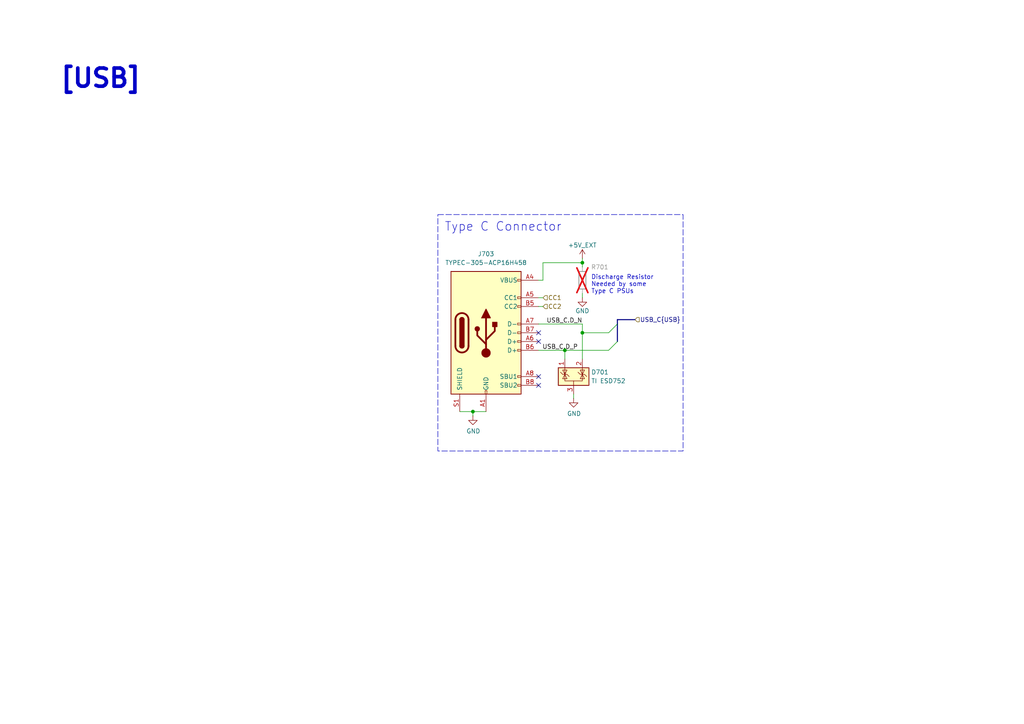
<source format=kicad_sch>
(kicad_sch (version 20231120) (generator "eeschema") (generator_version "8.0")
  (paper "A4")
  (title_block (title "bac SBC Raspberry Pi CM5 Carrier Board v1") (date "2025-03-23") (rev "1") (company "Build a CubeSat") (comment 1 "Original: P. Colangeli, respin: M. Imboden") (comment 2 "CERN-OHL-S-2.0") (comment 3 "https://buildacubesat.space") (comment 4 "Respun from \"CM5 MINIMA REV2\" by Pierluigi Colangeli") (comment 5 "https://github.com/piecol/CM5_MINIMA_REV2") (comment 6 "Thanks, Pier!"))
  (lib_symbols
    (symbol "Connector:USB_C_Receptacle_USB2.0_16P" (pin_names (offset 1.016))
      (property "Reference" "J101" (at 0 22.86 0))
      (property "Value" "TYPEC-305-ACP16H458" (at 0 20.32 0))
      (symbol "USB_C_Receptacle_USB2.0_16P_0_0"
        (rectangle (start -0.254 -17.78) (end 0.254 -16.764))
        (rectangle (start 10.16 -14.986) (end 9.144 -15.494))
        (rectangle (start 10.16 -12.446) (end 9.144 -12.954))
        (rectangle (start 10.16 -4.826) (end 9.144 -5.334))
        (rectangle (start 10.16 -2.286) (end 9.144 -2.794))
        (rectangle (start 10.16 0.254) (end 9.144 -0.254))
        (rectangle (start 10.16 2.794) (end 9.144 2.286))
        (rectangle (start 10.16 7.874) (end 9.144 7.366))
        (rectangle (start 10.16 10.414) (end 9.144 9.906))
        (rectangle (start 10.16 15.494) (end 9.144 14.986))
      )
      (symbol "USB_C_Receptacle_USB2.0_16P_0_1"
        (rectangle (start -10.16 17.78) (end 10.16 -17.78) (stroke (width 0.254)) (fill (type background)))
        (arc (start -8.89 -3.81) (mid -6.985 -5.7067) (end -5.08 -3.81) (stroke (width 0.508)))
        (arc (start -7.62 -3.81) (mid -6.985 -4.4423) (end -6.35 -3.81) (stroke (width 0.254)))
        (arc (start -7.62 -3.81) (mid -6.985 -4.4423) (end -6.35 -3.81) (stroke (width 0.254)) (fill (type outline)))
        (rectangle (start -7.62 -3.81) (end -6.35 3.81) (stroke (width 0.254)) (fill (type outline)))
        (arc (start -6.35 3.81) (mid -6.985 4.4423) (end -7.62 3.81) (stroke (width 0.254)))
        (arc (start -6.35 3.81) (mid -6.985 4.4423) (end -7.62 3.81) (stroke (width 0.254)) (fill (type outline)))
        (arc (start -5.08 3.81) (mid -6.985 5.7067) (end -8.89 3.81) (stroke (width 0.508)))
        (circle (center -2.54 1.143) (radius 0.635) (stroke (width 0.254)) (fill (type outline)))
        (circle (center 0 -5.842) (radius 1.27) (fill (type outline)))
        (polyline (pts (xy -8.89 -3.81) (xy -8.89 3.81)) (stroke (width 0.508)))
        (polyline (pts (xy -5.08 3.81) (xy -5.08 -3.81)) (stroke (width 0.508)))
        (polyline (pts (xy 0 -5.842) (xy 0 4.318)) (stroke (width 0.508)))
        (polyline (pts (xy 0 -3.302) (xy -2.54 -0.762) (xy -2.54 0.508)) (stroke (width 0.508)))
        (polyline (pts (xy 0 -2.032) (xy 2.54 0.508) (xy 2.54 1.778)) (stroke (width 0.508)))
        (polyline (pts (xy -1.27 4.318) (xy 0 6.858) (xy 1.27 4.318) (xy -1.27 4.318)) (stroke (width 0.254)) (fill (type outline)))
        (rectangle (start 1.905 1.778) (end 3.175 3.048) (stroke (width 0.254)) (fill (type outline)))
      )
      (symbol "USB_C_Receptacle_USB2.0_16P_1_1"
        (pin power_in line (at 0 -22.86 90) (length 5.08) (name "GND") (number "A1"))
        (pin passive line (at 0 -22.86 90) (length 5.08) hide (name "GND") (number "A12"))
        (pin passive line (at 15.24 15.24 180) (length 5.08) (name "VBUS") (number "A4"))
        (pin bidirectional line (at 15.24 10.16 180) (length 5.08) (name "CC1") (number "A5"))
        (pin bidirectional line (at 15.24 -2.54 180) (length 5.08) (name "D+") (number "A6"))
        (pin bidirectional line (at 15.24 2.54 180) (length 5.08) (name "D-") (number "A7"))
        (pin bidirectional line (at 15.24 -12.7 180) (length 5.08) (name "SBU1") (number "A8"))
        (pin passive line (at 15.24 15.24 180) (length 5.08) hide (name "VBUS") (number "A9"))
        (pin passive line (at 0 -22.86 90) (length 5.08) hide (name "GND") (number "B1"))
        (pin passive line (at 0 -22.86 90) (length 5.08) hide (name "GND") (number "B12"))
        (pin passive line (at 15.24 15.24 180) (length 5.08) hide (name "VBUS") (number "B4"))
        (pin bidirectional line (at 15.24 7.62 180) (length 5.08) (name "CC2") (number "B5"))
        (pin bidirectional line (at 15.24 -5.08 180) (length 5.08) (name "D+") (number "B6"))
        (pin bidirectional line (at 15.24 0 180) (length 5.08) (name "D-") (number "B7"))
        (pin bidirectional line (at 15.24 -15.24 180) (length 5.08) (name "SBU2") (number "B8"))
        (pin passive line (at 15.24 15.24 180) (length 5.08) hide (name "VBUS") (number "B9"))
        (pin free line (at -7.62 -22.86 90) (length 5.08) (name "SHIELD") (number "S1"))
      )
    )
    (symbol "Device:R" (pin_numbers hide) (pin_names (offset 0))
      (property "Reference" "R" (at 2.032 0 90))
      (property "Value" "R" (at 0 0 90))
      (symbol "R_0_1"
        (rectangle (start -1.016 -2.54) (end 1.016 2.54) (stroke (width 0.254)))
      )
      (symbol "R_1_1"
        (pin passive line (at 0 3.81 270) (length 1.27) (name "~") (number "1"))
        (pin passive line (at 0 -3.81 90) (length 1.27) (name "~") (number "2"))
      )
    )
    (symbol "bac MicroMod Main Board v1:TI ESD752" (pin_names hide)
      (property "Reference" "D" (at 5.715 2.54 0))
      (property "Value" "TI ESD752" (at 5.715 0.635 0))
      (symbol "TI ESD752_0_0"
        (pin passive line (at 0 -5.08 90) (length 2.54) (name "A") (number "3"))
      )
      (symbol "TI ESD752_0_1"
        (rectangle (start -4.445 2.54) (end 4.445 -2.54) (stroke (width 0.254)) (fill (type background)))
        (polyline (pts (xy -2.54 2.54) (xy -2.54 0.635)))
        (polyline (pts (xy 0 -1.27) (xy 0 -2.54)))
        (polyline (pts (xy 2.54 2.54) (xy 2.54 0.635)))
        (polyline (pts (xy -3.81 1.27) (xy -3.175 0.635) (xy -1.905 0.635) (xy -1.27 0)))
        (polyline (pts (xy -2.54 0.635) (xy -2.54 -1.27) (xy 2.54 -1.27) (xy 2.54 0.635)))
        (polyline (pts (xy -2.54 0.635) (xy -1.905 -0.635) (xy -3.175 -0.635) (xy -2.54 0.635)))
        (polyline (pts (xy 2.54 0.635) (xy 1.905 -0.635) (xy 3.175 -0.635) (xy 2.54 0.635)))
        (polyline (pts (xy 2.54 0.635) (xy 3.175 1.905) (xy 1.905 1.905) (xy 2.54 0.635)))
        (polyline (pts (xy -2.54 0.635) (xy -3.175 1.905) (xy -1.905 1.905) (xy -2.54 0.635) (xy -2.54 1.27)))
        (polyline (pts (xy 1.27 1.27) (xy 1.905 0.635) (xy 2.54 0.635) (xy 3.175 0.635) (xy 3.81 0)))
      )
      (symbol "TI ESD752_1_1"
        (pin passive line (at -2.54 5.08 270) (length 2.54) (name "K") (number "1"))
        (pin passive line (at 2.54 5.08 270) (length 2.54) (name "K") (number "2"))
      )
    )
    (symbol "power:+3.3V" (power) (pin_numbers hide) (pin_names (offset 0) hide)
      (property "Value" "+3.3V" (at 0 3.556 0))
      (symbol "+3.3V_0_1"
        (polyline (pts (xy -0.762 1.27) (xy 0 2.54)))
        (polyline (pts (xy 0 0) (xy 0 2.54)))
        (polyline (pts (xy 0 2.54) (xy 0.762 1.27)))
      )
      (symbol "+3.3V_1_1"
        (pin power_in line (at 0 0 90) (length 0) (name "~") (number "1"))
      )
    )
    (symbol "power:GND" (power) (pin_numbers hide) (pin_names (offset 0) hide)
      (property "Value" "GND" (at 0 -3.81 0))
      (symbol "GND_0_1"
        (polyline (pts (xy 0 0) (xy 0 -1.27) (xy 1.27 -1.27) (xy 0 -2.54) (xy -1.27 -1.27) (xy 0 -1.27)))
      )
      (symbol "GND_1_1"
        (pin power_in line (at 0 0 270) (length 0) (name "~") (number "1"))
      )
    )
  )
  (junction (at 163.83 101.6))
  (junction (at 137.16 119.38))
  (junction (at 168.91 76.2))
  (junction (at 168.91 96.52))
  (no_connect (at 156.21 111.76))
  (no_connect (at 156.21 109.22))
  (no_connect (at 156.21 99.06))
  (no_connect (at 156.21 96.52))
  (bus_entry (at 176.53 101.6) (size 2.54 -2.54))
  (bus_entry (at 176.53 96.52) (size 2.54 -2.54))
  (wire (pts (xy 157.48 86.36) (xy 156.21 86.36)))
  (wire (pts (xy 157.48 76.2) (xy 168.91 76.2)))
  (wire (pts (xy 168.91 96.52) (xy 176.53 96.52)))
  (bus (pts (xy 179.07 92.71) (xy 179.07 93.98)))
  (wire (pts (xy 137.16 119.38) (xy 140.97 119.38)))
  (wire (pts (xy 168.91 96.52) (xy 168.91 104.14)))
  (wire (pts (xy 156.21 93.98) (xy 168.91 93.98)))
  (wire (pts (xy 156.21 101.6) (xy 163.83 101.6)))
  (wire (pts (xy 157.48 76.2) (xy 157.48 81.28)))
  (wire (pts (xy 166.37 115.57) (xy 166.37 114.3)))
  (wire (pts (xy 156.21 81.28) (xy 157.48 81.28)))
  (wire (pts (xy 168.91 77.47) (xy 168.91 76.2)))
  (wire (pts (xy 168.91 93.98) (xy 168.91 96.52)))
  (wire (pts (xy 156.21 88.9) (xy 157.48 88.9)))
  (wire (pts (xy 137.16 120.65) (xy 137.16 119.38)))
  (wire (pts (xy 168.91 86.36) (xy 168.91 85.09)))
  (wire (pts (xy 133.35 119.38) (xy 137.16 119.38)))
  (bus (pts (xy 179.07 93.98) (xy 179.07 99.06)))
  (wire (pts (xy 163.83 101.6) (xy 163.83 104.14)))
  (wire (pts (xy 168.91 74.93) (xy 168.91 76.2)))
  (wire (pts (xy 163.83 101.6) (xy 176.53 101.6)))
  (bus (pts (xy 184.15 92.71) (xy 179.07 92.71)))
  (text_box "Type C Connector" (at 127 62.23 0) (size 71.12 68.58) (stroke (width 0) (type dash)) (effects (font (size 2.54 2.54)) (justify left top)))
  (text "[USB]" (at 29.21 22.86 0) (effects (font (size 5.27 5.27) (bold yes))))
  (text "Discharge Resistor\nNeeded by some\nType C PSUs" (at 171.45 82.55 0) (effects (font (size 1.27 1.27)) (justify left)))
  (label "USB_C.D_N" (at 168.91 93.98 180))
  (label "USB_C.D_P" (at 167.64 101.6 180))
  (hierarchical_label "USB_C{USB}" (shape input) (at 184.15 92.71 0))
  (hierarchical_label "CC2" (shape input) (at 157.48 88.9 0))
  (hierarchical_label "CC1" (shape input) (at 157.48 86.36 0))
  (symbol (lib_id "Device:R") (at 168.91 81.28 0) (mirror y) (unit 1) (dnp yes)
    (property "Reference" "R701" (at 176.53 77.47 0) (effects (justify left)))
    (property "Value" "10k" (effects (hide yes)))
    (property "Footprint" "Resistor_SMD:R_0603_1608Metric" (effects (hide yes)))
  )
  (symbol (lib_id "power:+3.3V") (at 168.91 74.93 0) (unit 1)
    (property "Reference" "#PWR0709" (effects (hide yes)))
    (property "Value" "+5V_EXT" (at 168.91 71.12 0))
    (property "Description" "Power symbol creates a global label with name \"+3.3V\"" (effects (hide yes)))
  )
  (symbol (lib_id "power:GND") (at 166.37 115.57 0) (unit 1)
    (property "Reference" "#PWR0708" (effects (hide yes)))
    (property "Value" "GND" (at 166.497 119.9642 0))
    (property "Description" "Power symbol creates a global label with name \"GND\" , ground" (effects (hide yes)))
  )
  (symbol (lib_id "power:GND") (at 168.91 86.36 0) (mirror y) (unit 1)
    (property "Reference" "#PWR0710" (effects (hide yes)))
    (property "Value" "GND" (at 168.91 90.17 0))
    (property "Description" "Power symbol creates a global label with name \"GND\" , ground" (effects (hide yes)))
  )
  (symbol (lib_id "bac MicroMod Main Board v1:TI ESD752") (at 166.37 109.22 0) (unit 1)
    (property "Reference" "D701" (at 171.45 107.95 0) (effects (justify left)))
    (property "Value" "TI ESD752" (at 171.45 110.49 0) (effects (justify left)))
    (property "Footprint" "Package_TO_SOT_SMD:SOT-23" (effects (hide yes)))
    (property "Datasheet" "https://www.ti.com/lit/ds/symlink/esd752.pdf" (effects (hide yes)))
    (property "Description" "36.5V (Typ) Clamp 2.8A (8/20µs) Ipp Tvs Diode Surface Mount SOT-5X3" (effects (hide yes)))
  )
  (symbol (lib_id "Connector:USB_C_Receptacle_USB2.0_16P") (at 140.97 96.52 0) (unit 1)
    (property "Reference" "J703" (at 140.97 73.66 0))
    (property "Value" "TYPEC-305-ACP16H458" (at 140.97 76.2 0))
    (property "Footprint" "bac MicroMod Main Board v1:JAE-DX07S016JA1R1500" (effects (hide yes)))
    (property "Datasheet" "https://www.usb.org/sites/default/files/documents/usb_type-c.zip" (effects (hide yes)))
    (property "Description" "Connector_USB:USB_C_Receptacle_GCT_USB4105-xx-A_16P_TopMnt_Horizontal" (effects (hide yes)))
    (property "Field5" "USBF31-0171" (effects (hide yes)))
    (property "Field6" "USBF31-0171" (effects (hide yes)))
    (property "Part Description" "USBC USB2 data and power connector" (effects (hide yes)))
  )
  (symbol (lib_id "power:GND") (at 137.16 120.65 0) (unit 1)
    (property "Reference" "#PWR0707" (effects (hide yes)))
    (property "Value" "GND" (at 137.287 125.0442 0))
    (property "Description" "Power symbol creates a global label with name \"GND\" , ground" (effects (hide yes)))
  )
)
</source>
